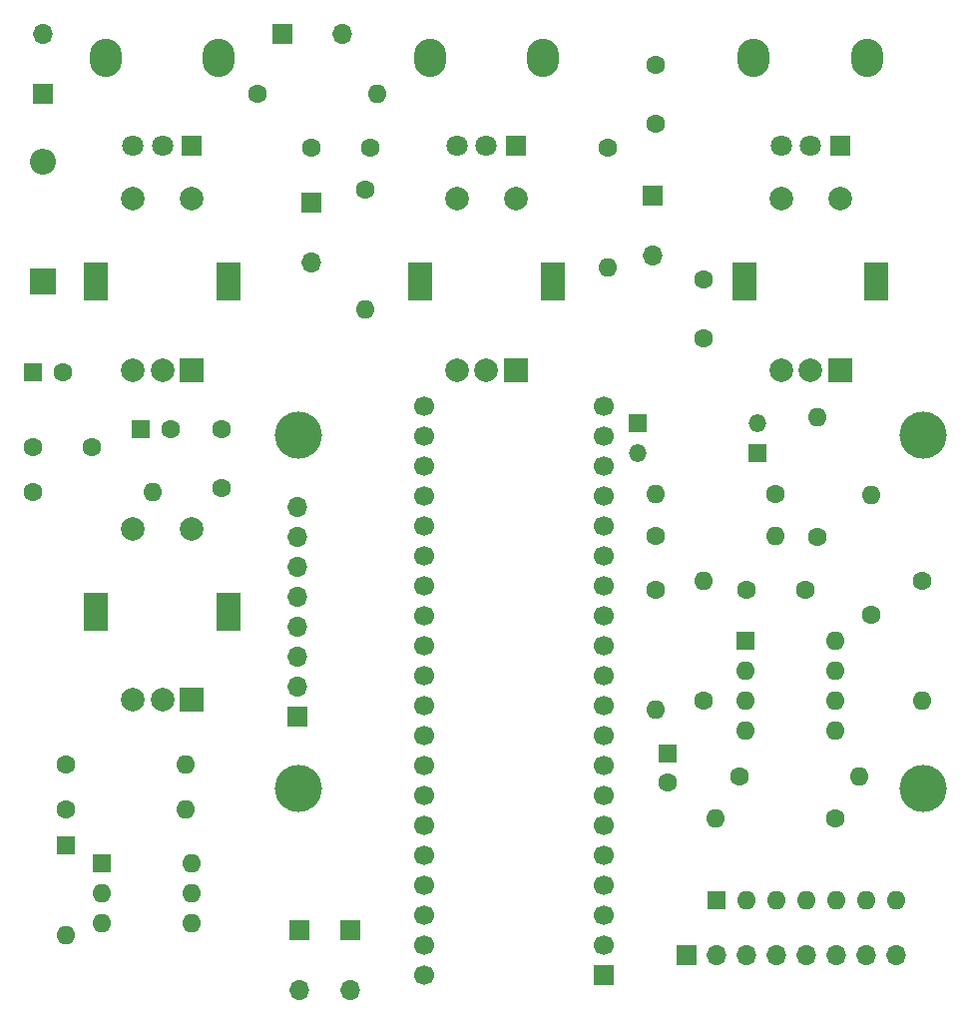
<source format=gbr>
%TF.GenerationSoftware,KiCad,Pcbnew,7.0.10*%
%TF.CreationDate,2024-03-12T16:09:29+01:00*%
%TF.ProjectId,DaisyPedal,44616973-7950-4656-9461-6c2e6b696361,1.0*%
%TF.SameCoordinates,Original*%
%TF.FileFunction,Soldermask,Bot*%
%TF.FilePolarity,Negative*%
%FSLAX46Y46*%
G04 Gerber Fmt 4.6, Leading zero omitted, Abs format (unit mm)*
G04 Created by KiCad (PCBNEW 7.0.10) date 2024-03-12 16:09:29*
%MOMM*%
%LPD*%
G01*
G04 APERTURE LIST*
%ADD10C,1.600000*%
%ADD11O,1.600000X1.600000*%
%ADD12R,1.500000X1.500000*%
%ADD13O,1.500000X1.500000*%
%ADD14R,1.700000X1.700000*%
%ADD15C,1.700000*%
%ADD16R,1.600000X1.600000*%
%ADD17R,2.200000X2.200000*%
%ADD18O,2.200000X2.200000*%
%ADD19O,1.700000X1.700000*%
%ADD20R,2.000000X2.000000*%
%ADD21C,2.000000*%
%ADD22R,2.000000X3.200000*%
%ADD23O,2.720000X3.240000*%
%ADD24R,1.800000X1.800000*%
%ADD25C,1.800000*%
%ADD26C,4.000000*%
G04 APERTURE END LIST*
D10*
%TO.C,R13*%
X98044000Y-75692000D03*
D11*
X98044000Y-65532000D03*
%TD*%
D12*
%TO.C,D4*%
X92964000Y-68580000D03*
D13*
X82804000Y-68580000D03*
%TD*%
D10*
%TO.C,R2*%
X31496000Y-71882000D03*
D11*
X41656000Y-71882000D03*
%TD*%
D14*
%TO.C,A1*%
X80000000Y-112860000D03*
D15*
X80000000Y-110320000D03*
X80000000Y-107780000D03*
X80000000Y-105240000D03*
X80000000Y-102700000D03*
X80000000Y-100160000D03*
X80000000Y-97620000D03*
X80000000Y-95080000D03*
X80000000Y-92540000D03*
X80000000Y-90000000D03*
X80000000Y-87460000D03*
X80000000Y-84920000D03*
X80000000Y-82380000D03*
X80000000Y-79840000D03*
X80000000Y-77300000D03*
X80000000Y-74760000D03*
X80000000Y-72220000D03*
X80000000Y-69680000D03*
X80000000Y-67140000D03*
X80000000Y-64600000D03*
X64760000Y-64600000D03*
X64760000Y-67140000D03*
X64760000Y-69680000D03*
X64760000Y-72220000D03*
X64760000Y-74760000D03*
X64760000Y-77300000D03*
X64760000Y-79840000D03*
X64760000Y-82380000D03*
X64760000Y-84920000D03*
X64760000Y-87460000D03*
X64760000Y-90000000D03*
X64760000Y-92540000D03*
X64760000Y-95080000D03*
X64760000Y-97620000D03*
X64760000Y-100160000D03*
X64760000Y-102700000D03*
X64760000Y-105240000D03*
X64760000Y-107780000D03*
X64760000Y-110320000D03*
X64760000Y-112860000D03*
%TD*%
D16*
%TO.C,D2*%
X34290000Y-101854000D03*
D11*
X34290000Y-109474000D03*
%TD*%
D10*
%TO.C,R14*%
X80264000Y-42672000D03*
D11*
X80264000Y-52832000D03*
%TD*%
D10*
%TO.C,R3*%
X94488000Y-72009000D03*
D11*
X84328000Y-72009000D03*
%TD*%
D10*
%TO.C,C7*%
X55158000Y-42672000D03*
X60158000Y-42672000D03*
%TD*%
D16*
%TO.C,U2*%
X37338000Y-103378000D03*
D11*
X37338000Y-105918000D03*
X37338000Y-108458000D03*
X44958000Y-108458000D03*
X44958000Y-105918000D03*
X44958000Y-103378000D03*
%TD*%
D17*
%TO.C,D1*%
X32385000Y-53975000D03*
D18*
X32385000Y-43815000D03*
%TD*%
D14*
%TO.C,J2*%
X52705000Y-33020000D03*
D19*
X57785000Y-33020000D03*
%TD*%
D14*
%TO.C,J7*%
X58420000Y-108981000D03*
D19*
X58420000Y-114061000D03*
%TD*%
D10*
%TO.C,C8*%
X88392000Y-58848000D03*
X88392000Y-53848000D03*
%TD*%
D16*
%TO.C,C2*%
X31536000Y-61722000D03*
D10*
X34036000Y-61722000D03*
%TD*%
%TO.C,R10*%
X88392000Y-89535000D03*
D11*
X88392000Y-79375000D03*
%TD*%
D10*
%TO.C,R12*%
X102616000Y-82296000D03*
D11*
X102616000Y-72136000D03*
%TD*%
D16*
%TO.C,C4*%
X40680000Y-66548000D03*
D10*
X43180000Y-66548000D03*
%TD*%
%TO.C,R7*%
X84328000Y-80137000D03*
D11*
X84328000Y-90297000D03*
%TD*%
D10*
%TO.C,C5*%
X47498000Y-66548000D03*
X47498000Y-71548000D03*
%TD*%
D14*
%TO.C,J5*%
X86995000Y-111125000D03*
D19*
X89535000Y-111125000D03*
X92075000Y-111125000D03*
X94615000Y-111125000D03*
X97155000Y-111125000D03*
X99695000Y-111125000D03*
X102235000Y-111125000D03*
X104775000Y-111125000D03*
%TD*%
D14*
%TO.C,J3*%
X55118000Y-47259000D03*
D19*
X55118000Y-52339000D03*
%TD*%
D10*
%TO.C,R1*%
X34290000Y-94996000D03*
D11*
X44450000Y-94996000D03*
%TD*%
D10*
%TO.C,R6*%
X84328000Y-75565000D03*
D11*
X94488000Y-75565000D03*
%TD*%
D14*
%TO.C,J1*%
X32385000Y-38085000D03*
D19*
X32385000Y-33005000D03*
%TD*%
D10*
%TO.C,R8*%
X50546000Y-38100000D03*
D11*
X60706000Y-38100000D03*
%TD*%
D12*
%TO.C,D3*%
X82804000Y-66040000D03*
D13*
X92964000Y-66040000D03*
%TD*%
D10*
%TO.C,C1*%
X97028000Y-80137000D03*
X92028000Y-80137000D03*
%TD*%
D16*
%TO.C,C6*%
X85344000Y-94020000D03*
D10*
X85344000Y-96520000D03*
%TD*%
%TO.C,C9*%
X84328000Y-35640000D03*
X84328000Y-40640000D03*
%TD*%
%TO.C,C3*%
X31536000Y-68072000D03*
X36536000Y-68072000D03*
%TD*%
D16*
%TO.C,U1*%
X91948000Y-84455000D03*
D11*
X91948000Y-86995000D03*
X91948000Y-89535000D03*
X91948000Y-92075000D03*
X99568000Y-92075000D03*
X99568000Y-89535000D03*
X99568000Y-86995000D03*
X99568000Y-84455000D03*
%TD*%
D14*
%TO.C,J4*%
X84074000Y-46736000D03*
D19*
X84074000Y-51816000D03*
%TD*%
D10*
%TO.C,R9*%
X59690000Y-46228000D03*
D11*
X59690000Y-56388000D03*
%TD*%
D10*
%TO.C,R15*%
X91440000Y-96012000D03*
D11*
X101600000Y-96012000D03*
%TD*%
D14*
%TO.C,J6*%
X54102000Y-108981000D03*
D19*
X54102000Y-114061000D03*
%TD*%
D16*
%TO.C,RN1*%
X89500000Y-106500000D03*
D11*
X92040000Y-106500000D03*
X94580000Y-106500000D03*
X97120000Y-106500000D03*
X99660000Y-106500000D03*
X102200000Y-106500000D03*
X104740000Y-106500000D03*
%TD*%
D10*
%TO.C,R4*%
X99568000Y-99568000D03*
D11*
X89408000Y-99568000D03*
%TD*%
D10*
%TO.C,R11*%
X106934000Y-79375000D03*
D11*
X106934000Y-89535000D03*
%TD*%
D10*
%TO.C,R5*%
X34290000Y-98806000D03*
D11*
X44450000Y-98806000D03*
%TD*%
D20*
%TO.C,SW4*%
X45000000Y-89500000D03*
D21*
X40000000Y-89500000D03*
X42500000Y-89500000D03*
D22*
X36900000Y-82000000D03*
X48100000Y-82000000D03*
D21*
X40000000Y-75000000D03*
X45000000Y-75000000D03*
%TD*%
D23*
%TO.C,RV1*%
X37700000Y-35000000D03*
X47300000Y-35000000D03*
D24*
X45000000Y-42500000D03*
D25*
X42500000Y-42500000D03*
X40000000Y-42500000D03*
%TD*%
D23*
%TO.C,RV2*%
X65200000Y-35000000D03*
X74800000Y-35000000D03*
D24*
X72500000Y-42500000D03*
D25*
X70000000Y-42500000D03*
X67500000Y-42500000D03*
%TD*%
D20*
%TO.C,SW1*%
X45000000Y-61500000D03*
D21*
X40000000Y-61500000D03*
X42500000Y-61500000D03*
D22*
X36900000Y-54000000D03*
X48100000Y-54000000D03*
D21*
X40000000Y-47000000D03*
X45000000Y-47000000D03*
%TD*%
D20*
%TO.C,SW2*%
X72500000Y-61500000D03*
D21*
X67500000Y-61500000D03*
X70000000Y-61500000D03*
D22*
X64400000Y-54000000D03*
X75600000Y-54000000D03*
D21*
X67500000Y-47000000D03*
X72500000Y-47000000D03*
%TD*%
D20*
%TO.C,SW3*%
X100000000Y-61500000D03*
D21*
X95000000Y-61500000D03*
X97500000Y-61500000D03*
D22*
X91900000Y-54000000D03*
X103100000Y-54000000D03*
D21*
X95000000Y-47000000D03*
X100000000Y-47000000D03*
%TD*%
D23*
%TO.C,RV3*%
X92700000Y-35000000D03*
X102300000Y-35000000D03*
D24*
X100000000Y-42500000D03*
D25*
X97500000Y-42500000D03*
X95000000Y-42500000D03*
%TD*%
D26*
%TO.C,U3*%
X54060000Y-67000000D03*
X54060000Y-97000000D03*
X107060000Y-67000000D03*
X107060000Y-97000000D03*
D14*
X54000000Y-90920000D03*
D19*
X54000000Y-88380000D03*
X54000000Y-85840000D03*
X54000000Y-83300000D03*
X54000000Y-80760000D03*
X54000000Y-78220000D03*
X54000000Y-75680000D03*
X54000000Y-73140000D03*
%TD*%
M02*

</source>
